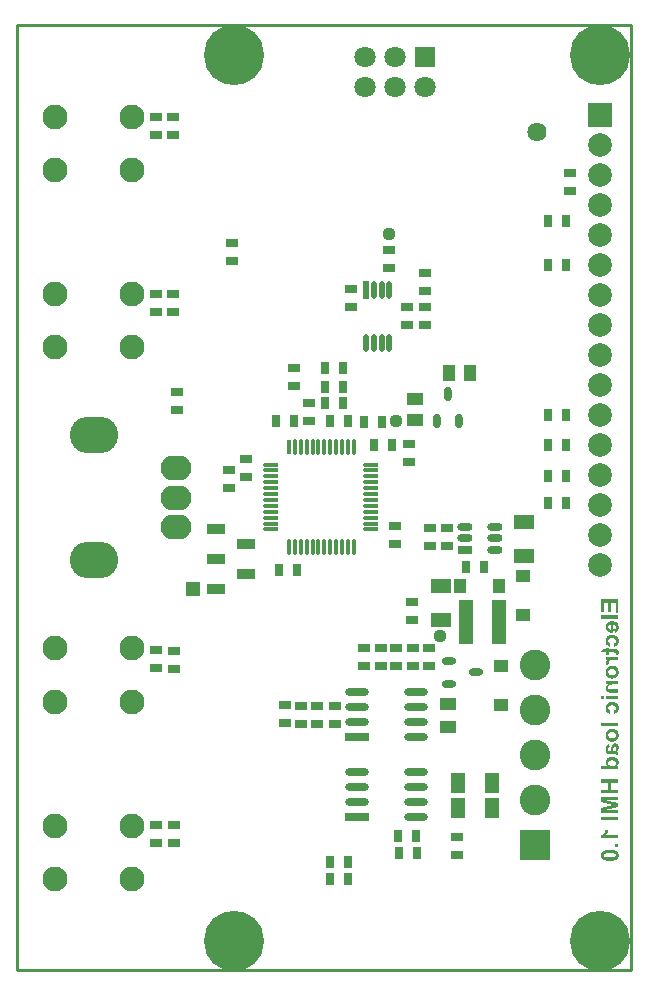
<source format=gbs>
G04*
G04 #@! TF.GenerationSoftware,Altium Limited,Altium Designer,19.0.14 (431)*
G04*
G04 Layer_Color=10517442*
%FSLAX25Y25*%
%MOIN*%
G70*
G01*
G75*
%ADD10C,0.01000*%
%ADD11C,0.00700*%
%ADD17C,0.10243*%
%ADD18R,0.10243X0.10243*%
%ADD19C,0.07093*%
%ADD20R,0.07093X0.07093*%
%ADD21C,0.06400*%
%ADD22O,0.16148X0.12211*%
%ADD23O,0.10243X0.08274*%
%ADD24C,0.08274*%
%ADD25C,0.20085*%
%ADD26C,0.07900*%
%ADD27R,0.08400X0.08400*%
%ADD71R,0.04600X0.04527*%
%ADD73R,0.03943X0.03156*%
%ADD74R,0.03943X0.05124*%
%ADD75R,0.05124X0.03943*%
%ADD76R,0.06400X0.03313*%
%ADD77O,0.01975X0.05912*%
%ADD78R,0.01975X0.05912*%
%ADD79O,0.02762X0.04731*%
%ADD80R,0.05124X0.02762*%
%ADD81O,0.05124X0.02762*%
%ADD82R,0.03156X0.03943*%
%ADD83C,0.04400*%
%ADD84R,0.01581X0.05124*%
%ADD85O,0.01581X0.05124*%
%ADD86O,0.05124X0.01581*%
%ADD87O,0.04731X0.02762*%
%ADD88R,0.07900X0.02800*%
%ADD89O,0.07900X0.02800*%
%ADD90R,0.05518X0.03943*%
%ADD91R,0.05518X0.04337*%
%ADD92R,0.04337X0.05518*%
%ADD93R,0.04731X0.07093*%
%ADD94R,0.05124X0.14967*%
%ADD95R,0.07093X0.04731*%
G36*
X200500Y119091D02*
X199525D01*
Y122309D01*
X197958D01*
Y119421D01*
X196983D01*
Y122309D01*
X195707D01*
Y119204D01*
X194732D01*
Y123471D01*
X200500D01*
Y119091D01*
D02*
G37*
G36*
Y117014D02*
X194732D01*
Y118116D01*
X200500D01*
Y117014D01*
D02*
G37*
G36*
X198602Y116196D02*
X198760Y116189D01*
X198902Y116166D01*
X199038Y116136D01*
X199165Y116106D01*
X199285Y116076D01*
X199390Y116039D01*
X199487Y115994D01*
X199577Y115956D01*
X199660Y115919D01*
X199727Y115889D01*
X199780Y115859D01*
X199825Y115829D01*
X199855Y115806D01*
X199878Y115799D01*
X199885Y115791D01*
X200012Y115686D01*
X200117Y115574D01*
X200215Y115454D01*
X200297Y115319D01*
X200365Y115191D01*
X200425Y115056D01*
X200470Y114921D01*
X200507Y114794D01*
X200537Y114674D01*
X200560Y114554D01*
X200575Y114456D01*
X200583Y114366D01*
X200590Y114291D01*
X200598Y114231D01*
Y114186D01*
X200583Y113939D01*
X200545Y113714D01*
X200500Y113519D01*
X200470Y113436D01*
X200440Y113354D01*
X200410Y113279D01*
X200380Y113219D01*
X200358Y113166D01*
X200335Y113121D01*
X200312Y113084D01*
X200297Y113061D01*
X200283Y113046D01*
Y113039D01*
X200155Y112881D01*
X200005Y112739D01*
X199855Y112626D01*
X199705Y112529D01*
X199570Y112454D01*
X199510Y112431D01*
X199458Y112401D01*
X199420Y112386D01*
X199390Y112371D01*
X199367Y112364D01*
X199360D01*
X199172Y113466D01*
X199285Y113504D01*
X199382Y113549D01*
X199458Y113594D01*
X199525Y113639D01*
X199577Y113684D01*
X199608Y113714D01*
X199630Y113736D01*
X199637Y113744D01*
X199682Y113811D01*
X199713Y113886D01*
X199742Y113954D01*
X199758Y114021D01*
X199765Y114081D01*
X199773Y114126D01*
Y114171D01*
X199758Y114306D01*
X199727Y114434D01*
X199690Y114539D01*
X199637Y114636D01*
X199585Y114711D01*
X199548Y114764D01*
X199518Y114794D01*
X199503Y114809D01*
X199390Y114891D01*
X199262Y114959D01*
X199135Y115004D01*
X199015Y115034D01*
X198902Y115056D01*
X198812Y115064D01*
X198775Y115071D01*
X198752D01*
X198738D01*
X198730D01*
Y112304D01*
X198497D01*
X198287Y112319D01*
X198085Y112341D01*
X197898Y112371D01*
X197732Y112416D01*
X197575Y112454D01*
X197440Y112506D01*
X197312Y112551D01*
X197200Y112604D01*
X197110Y112649D01*
X197028Y112694D01*
X196960Y112739D01*
X196915Y112769D01*
X196878Y112799D01*
X196855Y112814D01*
X196847Y112821D01*
X196735Y112926D01*
X196645Y113039D01*
X196555Y113159D01*
X196487Y113279D01*
X196428Y113399D01*
X196375Y113526D01*
X196337Y113646D01*
X196300Y113759D01*
X196277Y113871D01*
X196255Y113969D01*
X196247Y114059D01*
X196232Y114134D01*
Y114201D01*
X196225Y114246D01*
Y114291D01*
X196232Y114441D01*
X196247Y114591D01*
X196277Y114726D01*
X196315Y114854D01*
X196360Y114981D01*
X196413Y115094D01*
X196465Y115191D01*
X196518Y115289D01*
X196578Y115371D01*
X196630Y115446D01*
X196683Y115514D01*
X196728Y115566D01*
X196765Y115611D01*
X196795Y115641D01*
X196810Y115656D01*
X196818Y115664D01*
X196930Y115761D01*
X197057Y115844D01*
X197185Y115911D01*
X197320Y115979D01*
X197455Y116031D01*
X197590Y116069D01*
X197725Y116106D01*
X197853Y116136D01*
X197973Y116159D01*
X198085Y116174D01*
X198190Y116189D01*
X198273Y116196D01*
X198347D01*
X198400Y116204D01*
X198430D01*
X198445D01*
X198602Y116196D01*
D02*
G37*
G36*
X198610Y111636D02*
X198783Y111621D01*
X198948Y111591D01*
X199105Y111561D01*
X199248Y111516D01*
X199375Y111471D01*
X199495Y111426D01*
X199600Y111374D01*
X199697Y111321D01*
X199780Y111276D01*
X199855Y111231D01*
X199915Y111186D01*
X199960Y111156D01*
X199990Y111126D01*
X200012Y111111D01*
X200020Y111104D01*
X200125Y110999D01*
X200207Y110886D01*
X200290Y110766D01*
X200350Y110646D01*
X200410Y110519D01*
X200455Y110399D01*
X200493Y110279D01*
X200522Y110166D01*
X200553Y110061D01*
X200568Y109956D01*
X200583Y109866D01*
X200590Y109791D01*
Y109731D01*
X200598Y109679D01*
Y109641D01*
X200590Y109491D01*
X200583Y109356D01*
X200560Y109221D01*
X200537Y109101D01*
X200507Y108989D01*
X200478Y108884D01*
X200448Y108786D01*
X200410Y108696D01*
X200373Y108621D01*
X200342Y108554D01*
X200312Y108494D01*
X200283Y108449D01*
X200260Y108411D01*
X200237Y108381D01*
X200230Y108366D01*
X200222Y108359D01*
X200148Y108269D01*
X200065Y108194D01*
X199885Y108051D01*
X199697Y107939D01*
X199510Y107849D01*
X199427Y107819D01*
X199345Y107789D01*
X199277Y107759D01*
X199210Y107744D01*
X199165Y107729D01*
X199120Y107714D01*
X199098Y107706D01*
X199090D01*
X198902Y108794D01*
X199053Y108831D01*
X199188Y108876D01*
X199293Y108921D01*
X199382Y108966D01*
X199443Y109011D01*
X199487Y109049D01*
X199518Y109071D01*
X199525Y109079D01*
X199585Y109161D01*
X199622Y109244D01*
X199653Y109334D01*
X199675Y109416D01*
X199690Y109484D01*
X199697Y109544D01*
Y109596D01*
X199682Y109746D01*
X199653Y109874D01*
X199600Y109994D01*
X199540Y110084D01*
X199487Y110166D01*
X199435Y110219D01*
X199405Y110249D01*
X199390Y110264D01*
X199330Y110309D01*
X199255Y110346D01*
X199098Y110406D01*
X198925Y110451D01*
X198752Y110481D01*
X198588Y110496D01*
X198520Y110504D01*
X198460D01*
X198407Y110511D01*
X198370D01*
X198347D01*
X198340D01*
X198220D01*
X198108Y110504D01*
X198003Y110489D01*
X197913Y110474D01*
X197822Y110459D01*
X197748Y110436D01*
X197672Y110414D01*
X197613Y110391D01*
X197560Y110369D01*
X197515Y110346D01*
X197470Y110324D01*
X197440Y110309D01*
X197403Y110279D01*
X197388Y110271D01*
X197290Y110174D01*
X197215Y110061D01*
X197162Y109949D01*
X197133Y109844D01*
X197110Y109746D01*
X197102Y109671D01*
X197095Y109641D01*
Y109604D01*
X197102Y109491D01*
X197117Y109394D01*
X197148Y109311D01*
X197178Y109236D01*
X197207Y109176D01*
X197238Y109139D01*
X197253Y109109D01*
X197260Y109101D01*
X197327Y109034D01*
X197403Y108981D01*
X197485Y108936D01*
X197567Y108899D01*
X197635Y108876D01*
X197695Y108861D01*
X197732Y108846D01*
X197740D01*
X197748D01*
X197553Y107759D01*
X197432Y107796D01*
X197320Y107841D01*
X197215Y107894D01*
X197117Y107946D01*
X197028Y107999D01*
X196945Y108051D01*
X196870Y108111D01*
X196802Y108164D01*
X196742Y108209D01*
X196697Y108261D01*
X196652Y108299D01*
X196615Y108336D01*
X196592Y108366D01*
X196570Y108389D01*
X196555Y108404D01*
Y108411D01*
X196495Y108501D01*
X196442Y108591D01*
X196368Y108786D01*
X196308Y108989D01*
X196263Y109184D01*
X196255Y109274D01*
X196240Y109356D01*
X196232Y109431D01*
Y109491D01*
X196225Y109544D01*
Y109619D01*
X196232Y109791D01*
X196247Y109949D01*
X196277Y110106D01*
X196315Y110249D01*
X196360Y110376D01*
X196405Y110504D01*
X196458Y110609D01*
X196510Y110714D01*
X196570Y110804D01*
X196623Y110879D01*
X196668Y110946D01*
X196713Y111006D01*
X196750Y111044D01*
X196780Y111081D01*
X196795Y111096D01*
X196802Y111104D01*
X196915Y111201D01*
X197035Y111284D01*
X197162Y111351D01*
X197298Y111419D01*
X197432Y111471D01*
X197567Y111509D01*
X197703Y111546D01*
X197830Y111576D01*
X197950Y111599D01*
X198063Y111614D01*
X198160Y111629D01*
X198250Y111636D01*
X198325D01*
X198378Y111644D01*
X198407D01*
X198423D01*
X198610Y111636D01*
D02*
G37*
G36*
X197200Y106874D02*
X199030D01*
X199135D01*
X199232D01*
X199322D01*
X199398Y106866D01*
X199472D01*
X199532D01*
X199637Y106859D01*
X199720Y106851D01*
X199773D01*
X199802Y106844D01*
X199810D01*
X199908Y106821D01*
X199990Y106799D01*
X200065Y106776D01*
X200125Y106746D01*
X200178Y106724D01*
X200215Y106701D01*
X200237Y106694D01*
X200245Y106686D01*
X200297Y106641D01*
X200350Y106581D01*
X200432Y106469D01*
X200463Y106416D01*
X200485Y106371D01*
X200493Y106341D01*
X200500Y106334D01*
X200530Y106244D01*
X200553Y106146D01*
X200575Y106056D01*
X200583Y105974D01*
X200590Y105906D01*
X200598Y105854D01*
Y105801D01*
X200590Y105621D01*
X200575Y105456D01*
X200545Y105306D01*
X200515Y105179D01*
X200493Y105074D01*
X200463Y104991D01*
X200455Y104961D01*
X200448Y104939D01*
X200440Y104931D01*
Y104924D01*
X199577Y105021D01*
X199615Y105126D01*
X199637Y105216D01*
X199660Y105291D01*
X199668Y105351D01*
X199675Y105404D01*
X199682Y105434D01*
Y105464D01*
X199675Y105539D01*
X199653Y105606D01*
X199637Y105644D01*
X199630Y105651D01*
Y105659D01*
X199585Y105704D01*
X199540Y105734D01*
X199510Y105749D01*
X199495Y105756D01*
X199472D01*
X199443Y105764D01*
X199360D01*
X199262D01*
X199158Y105771D01*
X199060D01*
X198977D01*
X198940D01*
X198917D01*
X198902D01*
X198895D01*
X197200D01*
Y105014D01*
X196323D01*
Y105771D01*
X194837D01*
X195490Y106874D01*
X196323D01*
Y107384D01*
X197200D01*
Y106874D01*
D02*
G37*
G36*
X200500Y103184D02*
X199210D01*
X199015D01*
X198843Y103176D01*
X198685D01*
X198542Y103169D01*
X198415Y103161D01*
X198302Y103154D01*
X198197Y103146D01*
X198115Y103139D01*
X198040Y103131D01*
X197973Y103124D01*
X197927Y103116D01*
X197882Y103109D01*
X197853Y103101D01*
X197830Y103094D01*
X197815D01*
X197695Y103056D01*
X197598Y103019D01*
X197522Y102974D01*
X197455Y102936D01*
X197410Y102899D01*
X197372Y102869D01*
X197357Y102854D01*
X197350Y102846D01*
X197305Y102779D01*
X197275Y102711D01*
X197245Y102644D01*
X197230Y102584D01*
X197222Y102524D01*
X197215Y102479D01*
Y102441D01*
X197222Y102351D01*
X197245Y102261D01*
X197275Y102171D01*
X197305Y102089D01*
X197343Y102021D01*
X197372Y101969D01*
X197395Y101939D01*
X197403Y101924D01*
X196435Y101579D01*
X196368Y101714D01*
X196315Y101841D01*
X196277Y101969D01*
X196247Y102081D01*
X196232Y102171D01*
X196225Y102246D01*
Y102314D01*
X196232Y102411D01*
X196247Y102501D01*
X196270Y102576D01*
X196292Y102651D01*
X196323Y102704D01*
X196345Y102749D01*
X196360Y102779D01*
X196368Y102786D01*
X196428Y102869D01*
X196510Y102951D01*
X196600Y103026D01*
X196697Y103101D01*
X196780Y103161D01*
X196855Y103214D01*
X196885Y103236D01*
X196907Y103244D01*
X196915Y103259D01*
X196323D01*
Y104286D01*
X200500D01*
Y103184D01*
D02*
G37*
G36*
X198617Y101346D02*
X198850Y101316D01*
X198955Y101301D01*
X199060Y101279D01*
X199150Y101249D01*
X199232Y101226D01*
X199315Y101204D01*
X199382Y101174D01*
X199435Y101151D01*
X199487Y101136D01*
X199525Y101114D01*
X199555Y101106D01*
X199570Y101091D01*
X199577D01*
X199758Y100979D01*
X199908Y100851D01*
X200043Y100724D01*
X200148Y100596D01*
X200230Y100484D01*
X200268Y100431D01*
X200290Y100386D01*
X200312Y100356D01*
X200327Y100326D01*
X200342Y100311D01*
Y100304D01*
X200425Y100109D01*
X200493Y99906D01*
X200537Y99726D01*
X200568Y99554D01*
X200575Y99479D01*
X200583Y99411D01*
X200590Y99351D01*
Y99299D01*
X200598Y99261D01*
Y99201D01*
X200590Y99029D01*
X200568Y98871D01*
X200537Y98714D01*
X200500Y98571D01*
X200455Y98436D01*
X200402Y98309D01*
X200342Y98196D01*
X200283Y98084D01*
X200230Y97994D01*
X200170Y97904D01*
X200117Y97836D01*
X200073Y97776D01*
X200035Y97724D01*
X200005Y97694D01*
X199983Y97671D01*
X199975Y97664D01*
X199855Y97559D01*
X199727Y97461D01*
X199600Y97379D01*
X199465Y97311D01*
X199330Y97251D01*
X199203Y97199D01*
X199075Y97161D01*
X198955Y97124D01*
X198843Y97101D01*
X198738Y97079D01*
X198640Y97064D01*
X198557Y97056D01*
X198490D01*
X198445Y97049D01*
X198407D01*
X198400D01*
X198228Y97056D01*
X198063Y97071D01*
X197905Y97101D01*
X197763Y97146D01*
X197627Y97191D01*
X197500Y97244D01*
X197380Y97296D01*
X197275Y97349D01*
X197178Y97409D01*
X197095Y97461D01*
X197020Y97514D01*
X196960Y97559D01*
X196907Y97596D01*
X196878Y97626D01*
X196855Y97649D01*
X196847Y97656D01*
X196735Y97776D01*
X196645Y97896D01*
X196555Y98024D01*
X196487Y98159D01*
X196428Y98286D01*
X196375Y98414D01*
X196337Y98541D01*
X196300Y98661D01*
X196277Y98781D01*
X196255Y98886D01*
X196247Y98976D01*
X196232Y99059D01*
Y99126D01*
X196225Y99171D01*
Y99216D01*
X196240Y99441D01*
X196270Y99644D01*
X196315Y99831D01*
X196360Y99996D01*
X196390Y100071D01*
X196413Y100131D01*
X196435Y100191D01*
X196458Y100236D01*
X196480Y100274D01*
X196487Y100304D01*
X196502Y100319D01*
Y100326D01*
X196615Y100499D01*
X196742Y100656D01*
X196870Y100784D01*
X196997Y100896D01*
X197110Y100979D01*
X197162Y101016D01*
X197207Y101039D01*
X197238Y101061D01*
X197267Y101076D01*
X197283Y101091D01*
X197290D01*
X197485Y101181D01*
X197672Y101249D01*
X197853Y101294D01*
X198018Y101324D01*
X198085Y101339D01*
X198152Y101346D01*
X198213Y101354D01*
X198258D01*
X198302Y101361D01*
X198333D01*
X198347D01*
X198355D01*
X198617Y101346D01*
D02*
G37*
G36*
X200500Y95099D02*
X198610D01*
X198483D01*
X198370Y95091D01*
X198265D01*
X198168Y95084D01*
X198077Y95076D01*
X198003Y95069D01*
X197927Y95061D01*
X197868Y95054D01*
X197815Y95046D01*
X197770Y95039D01*
X197732D01*
X197703Y95031D01*
X197665Y95016D01*
X197650D01*
X197560Y94979D01*
X197470Y94934D01*
X197403Y94881D01*
X197343Y94829D01*
X197290Y94776D01*
X197260Y94739D01*
X197238Y94709D01*
X197230Y94701D01*
X197178Y94611D01*
X197140Y94521D01*
X197110Y94439D01*
X197095Y94356D01*
X197080Y94289D01*
X197073Y94229D01*
Y94184D01*
X197080Y94101D01*
X197088Y94026D01*
X197110Y93959D01*
X197125Y93899D01*
X197148Y93854D01*
X197170Y93824D01*
X197178Y93801D01*
X197185Y93794D01*
X197230Y93741D01*
X197283Y93689D01*
X197335Y93651D01*
X197388Y93621D01*
X197432Y93591D01*
X197470Y93576D01*
X197493Y93561D01*
X197500D01*
X197545Y93546D01*
X197590Y93539D01*
X197650Y93524D01*
X197717Y93516D01*
X197860Y93501D01*
X198010Y93494D01*
X198145Y93486D01*
X198205D01*
X198258D01*
X198302D01*
X198340D01*
X198363D01*
X198370D01*
X200500D01*
Y92384D01*
X197905D01*
X197732D01*
X197582Y92391D01*
X197462Y92406D01*
X197350Y92414D01*
X197267Y92429D01*
X197207Y92444D01*
X197178Y92451D01*
X197162D01*
X197065Y92481D01*
X196983Y92511D01*
X196900Y92549D01*
X196833Y92579D01*
X196773Y92616D01*
X196735Y92646D01*
X196705Y92661D01*
X196697Y92669D01*
X196623Y92729D01*
X196563Y92804D01*
X196502Y92879D01*
X196450Y92954D01*
X196413Y93021D01*
X196382Y93074D01*
X196368Y93111D01*
X196360Y93126D01*
X196315Y93239D01*
X196285Y93359D01*
X196255Y93471D01*
X196240Y93569D01*
X196232Y93659D01*
X196225Y93734D01*
Y93794D01*
X196232Y93944D01*
X196255Y94094D01*
X196292Y94229D01*
X196337Y94364D01*
X196390Y94484D01*
X196450Y94596D01*
X196518Y94701D01*
X196578Y94799D01*
X196645Y94881D01*
X196713Y94956D01*
X196773Y95024D01*
X196825Y95076D01*
X196870Y95121D01*
X196907Y95151D01*
X196930Y95166D01*
X196938Y95174D01*
X196323D01*
Y96201D01*
X200500D01*
Y95099D01*
D02*
G37*
G36*
Y90164D02*
X196323D01*
Y91266D01*
X200500D01*
Y90164D01*
D02*
G37*
G36*
X195753D02*
X194732D01*
Y91266D01*
X195753D01*
Y90164D01*
D02*
G37*
G36*
X198610Y89264D02*
X198783Y89249D01*
X198948Y89219D01*
X199105Y89189D01*
X199248Y89144D01*
X199375Y89099D01*
X199495Y89054D01*
X199600Y89001D01*
X199697Y88949D01*
X199780Y88904D01*
X199855Y88859D01*
X199915Y88814D01*
X199960Y88784D01*
X199990Y88754D01*
X200012Y88739D01*
X200020Y88731D01*
X200125Y88626D01*
X200207Y88514D01*
X200290Y88394D01*
X200350Y88274D01*
X200410Y88146D01*
X200455Y88026D01*
X200493Y87906D01*
X200522Y87794D01*
X200553Y87689D01*
X200568Y87584D01*
X200583Y87494D01*
X200590Y87419D01*
Y87359D01*
X200598Y87306D01*
Y87269D01*
X200590Y87119D01*
X200583Y86984D01*
X200560Y86849D01*
X200537Y86729D01*
X200507Y86616D01*
X200478Y86511D01*
X200448Y86414D01*
X200410Y86324D01*
X200373Y86249D01*
X200342Y86181D01*
X200312Y86121D01*
X200283Y86076D01*
X200260Y86039D01*
X200237Y86009D01*
X200230Y85994D01*
X200222Y85986D01*
X200148Y85896D01*
X200065Y85821D01*
X199885Y85679D01*
X199697Y85566D01*
X199510Y85476D01*
X199427Y85446D01*
X199345Y85416D01*
X199277Y85386D01*
X199210Y85371D01*
X199165Y85356D01*
X199120Y85341D01*
X199098Y85334D01*
X199090D01*
X198902Y86421D01*
X199053Y86459D01*
X199188Y86504D01*
X199293Y86549D01*
X199382Y86594D01*
X199443Y86639D01*
X199487Y86676D01*
X199518Y86699D01*
X199525Y86706D01*
X199585Y86789D01*
X199622Y86871D01*
X199653Y86961D01*
X199675Y87044D01*
X199690Y87111D01*
X199697Y87171D01*
Y87224D01*
X199682Y87374D01*
X199653Y87501D01*
X199600Y87621D01*
X199540Y87711D01*
X199487Y87794D01*
X199435Y87846D01*
X199405Y87876D01*
X199390Y87891D01*
X199330Y87936D01*
X199255Y87974D01*
X199098Y88034D01*
X198925Y88079D01*
X198752Y88109D01*
X198588Y88124D01*
X198520Y88131D01*
X198460D01*
X198407Y88139D01*
X198370D01*
X198347D01*
X198340D01*
X198220D01*
X198108Y88131D01*
X198003Y88116D01*
X197913Y88101D01*
X197822Y88086D01*
X197748Y88064D01*
X197672Y88041D01*
X197613Y88019D01*
X197560Y87996D01*
X197515Y87974D01*
X197470Y87951D01*
X197440Y87936D01*
X197403Y87906D01*
X197388Y87899D01*
X197290Y87801D01*
X197215Y87689D01*
X197162Y87576D01*
X197133Y87471D01*
X197110Y87374D01*
X197102Y87299D01*
X197095Y87269D01*
Y87231D01*
X197102Y87119D01*
X197117Y87021D01*
X197148Y86939D01*
X197178Y86864D01*
X197207Y86804D01*
X197238Y86766D01*
X197253Y86736D01*
X197260Y86729D01*
X197327Y86661D01*
X197403Y86609D01*
X197485Y86564D01*
X197567Y86526D01*
X197635Y86504D01*
X197695Y86489D01*
X197732Y86474D01*
X197740D01*
X197748D01*
X197553Y85386D01*
X197432Y85424D01*
X197320Y85469D01*
X197215Y85521D01*
X197117Y85574D01*
X197028Y85626D01*
X196945Y85679D01*
X196870Y85739D01*
X196802Y85791D01*
X196742Y85836D01*
X196697Y85889D01*
X196652Y85926D01*
X196615Y85964D01*
X196592Y85994D01*
X196570Y86016D01*
X196555Y86031D01*
Y86039D01*
X196495Y86129D01*
X196442Y86219D01*
X196368Y86414D01*
X196308Y86616D01*
X196263Y86811D01*
X196255Y86901D01*
X196240Y86984D01*
X196232Y87059D01*
Y87119D01*
X196225Y87171D01*
Y87246D01*
X196232Y87419D01*
X196247Y87576D01*
X196277Y87734D01*
X196315Y87876D01*
X196360Y88004D01*
X196405Y88131D01*
X196458Y88236D01*
X196510Y88341D01*
X196570Y88431D01*
X196623Y88506D01*
X196668Y88574D01*
X196713Y88634D01*
X196750Y88671D01*
X196780Y88709D01*
X196795Y88724D01*
X196802Y88731D01*
X196915Y88829D01*
X197035Y88911D01*
X197162Y88979D01*
X197298Y89046D01*
X197432Y89099D01*
X197567Y89136D01*
X197703Y89174D01*
X197830Y89204D01*
X197950Y89226D01*
X198063Y89241D01*
X198160Y89256D01*
X198250Y89264D01*
X198325D01*
X198378Y89271D01*
X198407D01*
X198423D01*
X198610Y89264D01*
D02*
G37*
G36*
X200500Y81216D02*
X194732D01*
Y82319D01*
X200500D01*
Y81216D01*
D02*
G37*
G36*
X198617Y80324D02*
X198850Y80294D01*
X198955Y80279D01*
X199060Y80256D01*
X199150Y80226D01*
X199232Y80204D01*
X199315Y80181D01*
X199382Y80151D01*
X199435Y80129D01*
X199487Y80114D01*
X199525Y80091D01*
X199555Y80084D01*
X199570Y80069D01*
X199577D01*
X199758Y79956D01*
X199908Y79829D01*
X200043Y79701D01*
X200148Y79574D01*
X200230Y79461D01*
X200268Y79409D01*
X200290Y79364D01*
X200312Y79334D01*
X200327Y79304D01*
X200342Y79289D01*
Y79281D01*
X200425Y79086D01*
X200493Y78884D01*
X200537Y78704D01*
X200568Y78531D01*
X200575Y78456D01*
X200583Y78389D01*
X200590Y78329D01*
Y78276D01*
X200598Y78239D01*
Y78179D01*
X200590Y78006D01*
X200568Y77849D01*
X200537Y77691D01*
X200500Y77549D01*
X200455Y77414D01*
X200402Y77286D01*
X200342Y77174D01*
X200283Y77061D01*
X200230Y76971D01*
X200170Y76881D01*
X200117Y76814D01*
X200073Y76754D01*
X200035Y76701D01*
X200005Y76671D01*
X199983Y76649D01*
X199975Y76641D01*
X199855Y76536D01*
X199727Y76439D01*
X199600Y76356D01*
X199465Y76289D01*
X199330Y76229D01*
X199203Y76176D01*
X199075Y76139D01*
X198955Y76101D01*
X198843Y76079D01*
X198738Y76056D01*
X198640Y76041D01*
X198557Y76034D01*
X198490D01*
X198445Y76026D01*
X198407D01*
X198400D01*
X198228Y76034D01*
X198063Y76049D01*
X197905Y76079D01*
X197763Y76124D01*
X197627Y76169D01*
X197500Y76221D01*
X197380Y76274D01*
X197275Y76326D01*
X197178Y76386D01*
X197095Y76439D01*
X197020Y76491D01*
X196960Y76536D01*
X196907Y76574D01*
X196878Y76604D01*
X196855Y76626D01*
X196847Y76634D01*
X196735Y76754D01*
X196645Y76874D01*
X196555Y77001D01*
X196487Y77136D01*
X196428Y77264D01*
X196375Y77391D01*
X196337Y77519D01*
X196300Y77639D01*
X196277Y77759D01*
X196255Y77864D01*
X196247Y77954D01*
X196232Y78036D01*
Y78104D01*
X196225Y78149D01*
Y78194D01*
X196240Y78419D01*
X196270Y78621D01*
X196315Y78809D01*
X196360Y78974D01*
X196390Y79049D01*
X196413Y79109D01*
X196435Y79169D01*
X196458Y79214D01*
X196480Y79251D01*
X196487Y79281D01*
X196502Y79296D01*
Y79304D01*
X196615Y79476D01*
X196742Y79634D01*
X196870Y79761D01*
X196997Y79874D01*
X197110Y79956D01*
X197162Y79994D01*
X197207Y80016D01*
X197238Y80039D01*
X197267Y80054D01*
X197283Y80069D01*
X197290D01*
X197485Y80159D01*
X197672Y80226D01*
X197853Y80271D01*
X198018Y80301D01*
X198085Y80316D01*
X198152Y80324D01*
X198213Y80331D01*
X198258D01*
X198302Y80339D01*
X198333D01*
X198347D01*
X198355D01*
X198617Y80324D01*
D02*
G37*
G36*
X199465Y75449D02*
X199555Y75441D01*
X199727Y75396D01*
X199885Y75336D01*
X200012Y75269D01*
X200110Y75201D01*
X200192Y75149D01*
X200215Y75119D01*
X200237Y75104D01*
X200245Y75096D01*
X200253Y75089D01*
X200312Y75014D01*
X200365Y74939D01*
X200455Y74774D01*
X200515Y74601D01*
X200553Y74436D01*
X200583Y74294D01*
X200590Y74226D01*
Y74174D01*
X200598Y74129D01*
Y74069D01*
X200590Y73934D01*
X200575Y73806D01*
X200553Y73694D01*
X200530Y73589D01*
X200507Y73506D01*
X200485Y73439D01*
X200470Y73401D01*
X200463Y73386D01*
X200402Y73266D01*
X200342Y73154D01*
X200275Y73049D01*
X200207Y72959D01*
X200148Y72884D01*
X200095Y72831D01*
X200065Y72794D01*
X200050Y72779D01*
X200080Y72764D01*
X200125Y72756D01*
X200163Y72741D01*
X200170D01*
X200178D01*
X200253Y72719D01*
X200320Y72696D01*
X200373Y72674D01*
X200417Y72659D01*
X200455Y72644D01*
X200478Y72636D01*
X200493Y72629D01*
X200500D01*
Y71534D01*
X200395Y71586D01*
X200290Y71631D01*
X200192Y71661D01*
X200110Y71691D01*
X200043Y71714D01*
X199990Y71729D01*
X199960Y71736D01*
X199945D01*
X199832Y71751D01*
X199705Y71766D01*
X199570Y71774D01*
X199435Y71781D01*
X199315Y71789D01*
X199262D01*
X199217D01*
X199180D01*
X199150D01*
X199135D01*
X199127D01*
X197837Y71774D01*
X197710D01*
X197590Y71781D01*
X197477Y71789D01*
X197380Y71796D01*
X197290Y71811D01*
X197207Y71819D01*
X197133Y71834D01*
X197073Y71849D01*
X197020Y71864D01*
X196967Y71879D01*
X196930Y71886D01*
X196900Y71901D01*
X196862Y71916D01*
X196847Y71924D01*
X196750Y71991D01*
X196668Y72066D01*
X196585Y72149D01*
X196525Y72231D01*
X196473Y72314D01*
X196435Y72374D01*
X196413Y72419D01*
X196405Y72426D01*
Y72434D01*
X196375Y72509D01*
X196345Y72584D01*
X196300Y72756D01*
X196270Y72944D01*
X196247Y73116D01*
X196240Y73206D01*
X196232Y73281D01*
Y73356D01*
X196225Y73416D01*
Y73686D01*
X196240Y73821D01*
X196255Y73956D01*
X196270Y74076D01*
X196292Y74181D01*
X196323Y74286D01*
X196345Y74376D01*
X196375Y74459D01*
X196405Y74526D01*
X196428Y74594D01*
X196458Y74646D01*
X196480Y74691D01*
X196495Y74721D01*
X196510Y74744D01*
X196525Y74759D01*
Y74766D01*
X196645Y74909D01*
X196788Y75029D01*
X196938Y75134D01*
X197088Y75209D01*
X197215Y75269D01*
X197275Y75291D01*
X197327Y75314D01*
X197365Y75329D01*
X197395Y75336D01*
X197417Y75344D01*
X197425D01*
X197605Y74346D01*
X197500Y74309D01*
X197417Y74264D01*
X197343Y74219D01*
X197290Y74181D01*
X197245Y74144D01*
X197215Y74114D01*
X197200Y74091D01*
X197193Y74084D01*
X197155Y74016D01*
X197125Y73941D01*
X197102Y73866D01*
X197088Y73791D01*
X197080Y73724D01*
X197073Y73671D01*
Y73619D01*
X197080Y73469D01*
X197095Y73341D01*
X197117Y73236D01*
X197140Y73161D01*
X197170Y73101D01*
X197193Y73056D01*
X197207Y73034D01*
X197215Y73026D01*
X197275Y72974D01*
X197343Y72929D01*
X197417Y72899D01*
X197500Y72884D01*
X197567Y72869D01*
X197627Y72861D01*
X197665D01*
X197672D01*
X197680D01*
X197785D01*
X197808Y72921D01*
X197830Y72996D01*
X197860Y73071D01*
X197882Y73154D01*
X197927Y73334D01*
X197973Y73514D01*
X198010Y73679D01*
X198025Y73754D01*
X198040Y73814D01*
X198047Y73866D01*
X198055Y73904D01*
X198063Y73934D01*
Y73941D01*
X198100Y74144D01*
X198145Y74316D01*
X198190Y74466D01*
X198228Y74594D01*
X198265Y74691D01*
X198295Y74759D01*
X198310Y74804D01*
X198318Y74819D01*
X198378Y74924D01*
X198445Y75021D01*
X198512Y75096D01*
X198580Y75164D01*
X198640Y75224D01*
X198693Y75261D01*
X198723Y75284D01*
X198738Y75291D01*
X198843Y75344D01*
X198955Y75389D01*
X199060Y75419D01*
X199158Y75434D01*
X199240Y75449D01*
X199308Y75456D01*
X199353D01*
X199360D01*
X199367D01*
X199465Y75449D01*
D02*
G37*
G36*
X198588Y70926D02*
X198767Y70911D01*
X198940Y70889D01*
X199090Y70851D01*
X199240Y70814D01*
X199367Y70769D01*
X199495Y70724D01*
X199600Y70679D01*
X199697Y70634D01*
X199780Y70581D01*
X199855Y70544D01*
X199915Y70506D01*
X199960Y70469D01*
X199990Y70446D01*
X200012Y70431D01*
X200020Y70424D01*
X200125Y70326D01*
X200207Y70221D01*
X200290Y70124D01*
X200350Y70019D01*
X200410Y69914D01*
X200455Y69809D01*
X200493Y69711D01*
X200522Y69614D01*
X200553Y69531D01*
X200568Y69449D01*
X200583Y69374D01*
X200590Y69314D01*
Y69261D01*
X200598Y69224D01*
Y69194D01*
X200590Y69059D01*
X200568Y68931D01*
X200545Y68811D01*
X200507Y68706D01*
X200478Y68616D01*
X200455Y68549D01*
X200432Y68504D01*
X200425Y68489D01*
X200350Y68361D01*
X200268Y68249D01*
X200178Y68144D01*
X200087Y68054D01*
X200012Y67979D01*
X199952Y67926D01*
X199908Y67896D01*
X199900Y67881D01*
X200500D01*
Y66854D01*
X194732D01*
Y67956D01*
X196810D01*
X196705Y68054D01*
X196615Y68159D01*
X196540Y68264D01*
X196473Y68361D01*
X196413Y68466D01*
X196368Y68571D01*
X196330Y68669D01*
X196300Y68759D01*
X196277Y68841D01*
X196255Y68924D01*
X196240Y68991D01*
X196232Y69051D01*
X196225Y69104D01*
Y69171D01*
X196232Y69314D01*
X196247Y69449D01*
X196277Y69569D01*
X196315Y69689D01*
X196353Y69801D01*
X196397Y69906D01*
X196450Y70004D01*
X196502Y70094D01*
X196555Y70169D01*
X196607Y70236D01*
X196652Y70296D01*
X196690Y70349D01*
X196728Y70386D01*
X196757Y70416D01*
X196773Y70431D01*
X196780Y70439D01*
X196892Y70529D01*
X197005Y70604D01*
X197133Y70671D01*
X197267Y70724D01*
X197403Y70776D01*
X197538Y70814D01*
X197800Y70874D01*
X197920Y70889D01*
X198032Y70904D01*
X198137Y70919D01*
X198228Y70926D01*
X198295Y70934D01*
X198355D01*
X198385D01*
X198400D01*
X198588Y70926D01*
D02*
G37*
G36*
X200500Y62354D02*
X197980D01*
Y60066D01*
X200500D01*
Y58904D01*
X194732D01*
Y60066D01*
X197005D01*
Y62354D01*
X194732D01*
Y63516D01*
X200500D01*
Y62354D01*
D02*
G37*
G36*
Y56639D02*
X195963D01*
X200500Y55506D01*
Y54381D01*
X195963Y53241D01*
X200500Y53234D01*
Y52154D01*
X194732D01*
Y53901D01*
X198670Y54936D01*
X194732Y55979D01*
Y57719D01*
X200500D01*
Y56639D01*
D02*
G37*
G36*
Y49866D02*
X194732D01*
Y51029D01*
X200500D01*
Y49866D01*
D02*
G37*
G36*
X197057Y46176D02*
X196923Y45899D01*
X196855Y45779D01*
X196788Y45659D01*
X196720Y45546D01*
X196652Y45449D01*
X196585Y45359D01*
X196532Y45276D01*
X196473Y45209D01*
X196428Y45149D01*
X196390Y45104D01*
X196360Y45074D01*
X196345Y45051D01*
X196337Y45044D01*
X200500D01*
Y43941D01*
X194702D01*
Y44841D01*
X194800Y44879D01*
X194897Y44924D01*
X195070Y45029D01*
X195228Y45141D01*
X195370Y45261D01*
X195475Y45366D01*
X195528Y45411D01*
X195565Y45456D01*
X195595Y45494D01*
X195617Y45516D01*
X195625Y45531D01*
X195633Y45539D01*
X195767Y45726D01*
X195880Y45899D01*
X195977Y46056D01*
X196045Y46191D01*
X196098Y46304D01*
X196120Y46356D01*
X196135Y46394D01*
X196150Y46424D01*
X196158Y46446D01*
X196165Y46461D01*
Y46469D01*
X197170D01*
X197057Y46176D01*
D02*
G37*
G36*
X200500Y40949D02*
X199398D01*
Y42051D01*
X200500D01*
Y40949D01*
D02*
G37*
G36*
X197950Y40049D02*
X198228Y40034D01*
X198483Y40011D01*
X198715Y39974D01*
X198925Y39936D01*
X199112Y39891D01*
X199277Y39846D01*
X199427Y39801D01*
X199555Y39756D01*
X199668Y39704D01*
X199758Y39666D01*
X199832Y39629D01*
X199892Y39591D01*
X199930Y39569D01*
X199952Y39554D01*
X199960Y39546D01*
X200073Y39449D01*
X200170Y39336D01*
X200260Y39231D01*
X200335Y39119D01*
X200395Y38999D01*
X200448Y38886D01*
X200493Y38781D01*
X200522Y38676D01*
X200553Y38571D01*
X200568Y38481D01*
X200583Y38399D01*
X200598Y38331D01*
Y38271D01*
X200605Y38226D01*
Y38189D01*
X200598Y38039D01*
X200583Y37889D01*
X200553Y37754D01*
X200515Y37634D01*
X200470Y37514D01*
X200417Y37409D01*
X200365Y37311D01*
X200312Y37221D01*
X200260Y37146D01*
X200207Y37071D01*
X200155Y37019D01*
X200110Y36966D01*
X200073Y36929D01*
X200043Y36906D01*
X200027Y36891D01*
X200020Y36884D01*
X199878Y36786D01*
X199713Y36696D01*
X199532Y36621D01*
X199345Y36554D01*
X199150Y36501D01*
X198955Y36456D01*
X198760Y36411D01*
X198565Y36381D01*
X198385Y36359D01*
X198213Y36344D01*
X198063Y36329D01*
X197927Y36321D01*
X197815Y36314D01*
X197770D01*
X197732D01*
X197695D01*
X197672D01*
X197665D01*
X197658D01*
X197357Y36321D01*
X197088Y36336D01*
X196833Y36366D01*
X196600Y36404D01*
X196382Y36441D01*
X196187Y36494D01*
X196015Y36539D01*
X195865Y36591D01*
X195730Y36644D01*
X195617Y36696D01*
X195520Y36749D01*
X195438Y36786D01*
X195378Y36824D01*
X195333Y36854D01*
X195310Y36869D01*
X195302Y36876D01*
X195197Y36966D01*
X195107Y37071D01*
X195025Y37176D01*
X194957Y37281D01*
X194897Y37386D01*
X194845Y37499D01*
X194808Y37604D01*
X194778Y37709D01*
X194755Y37806D01*
X194732Y37896D01*
X194718Y37979D01*
X194710Y38046D01*
X194702Y38106D01*
Y38189D01*
X194710Y38339D01*
X194725Y38489D01*
X194755Y38624D01*
X194792Y38744D01*
X194837Y38864D01*
X194890Y38969D01*
X194942Y39066D01*
X194995Y39156D01*
X195055Y39231D01*
X195107Y39299D01*
X195160Y39359D01*
X195205Y39411D01*
X195243Y39449D01*
X195273Y39471D01*
X195288Y39486D01*
X195295Y39494D01*
X195438Y39591D01*
X195603Y39681D01*
X195782Y39756D01*
X195970Y39816D01*
X196158Y39876D01*
X196360Y39921D01*
X196555Y39959D01*
X196742Y39989D01*
X196923Y40011D01*
X197095Y40026D01*
X197245Y40041D01*
X197380Y40049D01*
X197493D01*
X197538Y40056D01*
X197575D01*
X197613D01*
X197627D01*
X197643D01*
X197650D01*
X197950Y40049D01*
D02*
G37*
%LPC*%
G36*
X198055Y115056D02*
X197898Y115049D01*
X197755Y115019D01*
X197635Y114981D01*
X197530Y114936D01*
X197448Y114899D01*
X197388Y114861D01*
X197357Y114831D01*
X197343Y114824D01*
X197253Y114726D01*
X197185Y114629D01*
X197140Y114531D01*
X197102Y114434D01*
X197088Y114351D01*
X197080Y114284D01*
X197073Y114239D01*
Y114224D01*
X197080Y114104D01*
X197110Y113991D01*
X197155Y113894D01*
X197200Y113811D01*
X197245Y113744D01*
X197290Y113699D01*
X197320Y113661D01*
X197327Y113654D01*
X197432Y113571D01*
X197545Y113511D01*
X197665Y113466D01*
X197785Y113436D01*
X197890Y113414D01*
X197973Y113406D01*
X198010Y113399D01*
X198032D01*
X198047D01*
X198055D01*
Y115056D01*
D02*
G37*
G36*
X198475Y100229D02*
X198445D01*
X198423D01*
X198415D01*
X198197Y100214D01*
X198003Y100184D01*
X197837Y100139D01*
X197703Y100079D01*
X197598Y100026D01*
X197560Y100004D01*
X197522Y99981D01*
X197500Y99966D01*
X197477Y99951D01*
X197462Y99936D01*
X197403Y99876D01*
X197350Y99824D01*
X197267Y99696D01*
X197207Y99576D01*
X197170Y99464D01*
X197140Y99359D01*
X197133Y99284D01*
X197125Y99254D01*
Y99126D01*
X197140Y99051D01*
X197178Y98916D01*
X197230Y98796D01*
X197290Y98691D01*
X197357Y98601D01*
X197410Y98541D01*
X197448Y98504D01*
X197455Y98489D01*
X197462D01*
X197598Y98391D01*
X197748Y98316D01*
X197905Y98264D01*
X198055Y98226D01*
X198197Y98204D01*
X198258Y98196D01*
X198302D01*
X198347Y98189D01*
X198378D01*
X198400D01*
X198407D01*
X198633Y98204D01*
X198820Y98234D01*
X198985Y98286D01*
X199120Y98339D01*
X199232Y98391D01*
X199270Y98421D01*
X199308Y98444D01*
X199330Y98459D01*
X199353Y98474D01*
X199360Y98489D01*
X199367D01*
X199427Y98541D01*
X199472Y98601D01*
X199555Y98721D01*
X199615Y98841D01*
X199653Y98961D01*
X199682Y99059D01*
X199690Y99134D01*
X199697Y99164D01*
Y99209D01*
X199690Y99291D01*
X199682Y99366D01*
X199645Y99509D01*
X199592Y99629D01*
X199532Y99734D01*
X199472Y99824D01*
X199420Y99884D01*
X199382Y99921D01*
X199367Y99936D01*
X199232Y100034D01*
X199083Y100109D01*
X198917Y100154D01*
X198767Y100191D01*
X198633Y100214D01*
X198573Y100221D01*
X198520D01*
X198475Y100229D01*
D02*
G37*
G36*
Y79206D02*
X198445D01*
X198423D01*
X198415D01*
X198197Y79191D01*
X198003Y79161D01*
X197837Y79116D01*
X197703Y79056D01*
X197598Y79004D01*
X197560Y78981D01*
X197522Y78959D01*
X197500Y78944D01*
X197477Y78929D01*
X197462Y78914D01*
X197403Y78854D01*
X197350Y78801D01*
X197267Y78674D01*
X197207Y78554D01*
X197170Y78441D01*
X197140Y78336D01*
X197133Y78261D01*
X197125Y78231D01*
Y78104D01*
X197140Y78029D01*
X197178Y77894D01*
X197230Y77774D01*
X197290Y77669D01*
X197357Y77579D01*
X197410Y77519D01*
X197448Y77481D01*
X197455Y77466D01*
X197462D01*
X197598Y77369D01*
X197748Y77294D01*
X197905Y77241D01*
X198055Y77204D01*
X198197Y77181D01*
X198258Y77174D01*
X198302D01*
X198347Y77166D01*
X198378D01*
X198400D01*
X198407D01*
X198633Y77181D01*
X198820Y77211D01*
X198985Y77264D01*
X199120Y77316D01*
X199232Y77369D01*
X199270Y77399D01*
X199308Y77421D01*
X199330Y77436D01*
X199353Y77451D01*
X199360Y77466D01*
X199367D01*
X199427Y77519D01*
X199472Y77579D01*
X199555Y77699D01*
X199615Y77819D01*
X199653Y77939D01*
X199682Y78036D01*
X199690Y78111D01*
X199697Y78141D01*
Y78186D01*
X199690Y78269D01*
X199682Y78344D01*
X199645Y78486D01*
X199592Y78606D01*
X199532Y78711D01*
X199472Y78801D01*
X199420Y78861D01*
X199382Y78899D01*
X199367Y78914D01*
X199232Y79011D01*
X199083Y79086D01*
X198917Y79131D01*
X198767Y79169D01*
X198633Y79191D01*
X198573Y79199D01*
X198520D01*
X198475Y79206D01*
D02*
G37*
G36*
X199293Y74354D02*
X199262D01*
X199255D01*
X199172Y74346D01*
X199098Y74324D01*
X199030Y74286D01*
X198970Y74249D01*
X198925Y74211D01*
X198895Y74174D01*
X198872Y74151D01*
X198865Y74144D01*
X198828Y74076D01*
X198798Y73986D01*
X198767Y73889D01*
X198738Y73791D01*
X198715Y73694D01*
X198693Y73619D01*
X198685Y73589D01*
Y73566D01*
X198678Y73551D01*
Y73544D01*
X198640Y73379D01*
X198610Y73244D01*
X198580Y73124D01*
X198557Y73026D01*
X198535Y72951D01*
X198520Y72899D01*
X198505Y72869D01*
Y72861D01*
X198730D01*
X198865D01*
X198977Y72869D01*
X199067Y72876D01*
X199143Y72884D01*
X199195Y72891D01*
X199232Y72899D01*
X199255Y72906D01*
X199262D01*
X199337Y72936D01*
X199413Y72974D01*
X199472Y73019D01*
X199525Y73064D01*
X199563Y73101D01*
X199600Y73139D01*
X199615Y73161D01*
X199622Y73169D01*
X199690Y73274D01*
X199735Y73379D01*
X199773Y73476D01*
X199795Y73559D01*
X199810Y73634D01*
X199818Y73694D01*
Y73746D01*
X199810Y73844D01*
X199795Y73926D01*
X199765Y74001D01*
X199735Y74061D01*
X199705Y74114D01*
X199675Y74151D01*
X199660Y74174D01*
X199653Y74181D01*
X199585Y74241D01*
X199518Y74279D01*
X199458Y74309D01*
X199390Y74331D01*
X199337Y74346D01*
X199293Y74354D01*
D02*
G37*
G36*
X198438Y69801D02*
X198392D01*
X198355D01*
X198333D01*
X198325D01*
X198108Y69786D01*
X197913Y69756D01*
X197755Y69719D01*
X197620Y69666D01*
X197522Y69621D01*
X197448Y69576D01*
X197403Y69546D01*
X197388Y69539D01*
X197283Y69434D01*
X197207Y69321D01*
X197148Y69216D01*
X197110Y69111D01*
X197088Y69021D01*
X197080Y68946D01*
X197073Y68916D01*
Y68804D01*
X197088Y68736D01*
X197125Y68601D01*
X197178Y68489D01*
X197230Y68391D01*
X197290Y68316D01*
X197343Y68256D01*
X197380Y68226D01*
X197388Y68211D01*
X197395D01*
X197455Y68166D01*
X197530Y68121D01*
X197687Y68061D01*
X197860Y68016D01*
X198032Y67979D01*
X198182Y67964D01*
X198250Y67956D01*
X198310D01*
X198363Y67949D01*
X198400D01*
X198423D01*
X198430D01*
X198550D01*
X198662Y67964D01*
X198760Y67971D01*
X198857Y67994D01*
X198948Y68009D01*
X199022Y68031D01*
X199098Y68061D01*
X199165Y68084D01*
X199217Y68106D01*
X199270Y68136D01*
X199308Y68159D01*
X199345Y68174D01*
X199367Y68196D01*
X199390Y68204D01*
X199398Y68219D01*
X199405D01*
X199465Y68271D01*
X199510Y68324D01*
X199592Y68436D01*
X199645Y68541D01*
X199690Y68646D01*
X199713Y68736D01*
X199720Y68804D01*
X199727Y68834D01*
Y68871D01*
X199720Y68961D01*
X199713Y69044D01*
X199690Y69119D01*
X199660Y69194D01*
X199592Y69321D01*
X199510Y69426D01*
X199435Y69509D01*
X199367Y69569D01*
X199337Y69591D01*
X199315Y69606D01*
X199308Y69621D01*
X199300D01*
X199240Y69651D01*
X199172Y69681D01*
X199022Y69726D01*
X198857Y69756D01*
X198700Y69779D01*
X198557Y69794D01*
X198490D01*
X198438Y69801D01*
D02*
G37*
G36*
X197905Y38901D02*
X197822D01*
X197755D01*
X197703D01*
X197672D01*
X197658D01*
X197470D01*
X197305Y38894D01*
X197148D01*
X196997Y38886D01*
X196870Y38871D01*
X196750Y38864D01*
X196645Y38856D01*
X196547Y38841D01*
X196473Y38834D01*
X196397Y38826D01*
X196337Y38811D01*
X196292Y38804D01*
X196255Y38796D01*
X196232D01*
X196218Y38789D01*
X196210D01*
X196098Y38751D01*
X196000Y38714D01*
X195917Y38676D01*
X195858Y38639D01*
X195812Y38601D01*
X195775Y38571D01*
X195760Y38556D01*
X195753Y38549D01*
X195707Y38489D01*
X195677Y38429D01*
X195648Y38369D01*
X195633Y38309D01*
X195625Y38264D01*
X195617Y38226D01*
Y38189D01*
X195625Y38114D01*
X195640Y38046D01*
X195662Y37986D01*
X195685Y37934D01*
X195707Y37896D01*
X195730Y37866D01*
X195745Y37844D01*
X195753Y37836D01*
X195812Y37776D01*
X195887Y37731D01*
X195970Y37686D01*
X196053Y37649D01*
X196135Y37619D01*
X196203Y37589D01*
X196247Y37581D01*
X196255Y37574D01*
X196263D01*
X196337Y37559D01*
X196428Y37536D01*
X196532Y37521D01*
X196637Y37514D01*
X196870Y37491D01*
X197102Y37484D01*
X197207Y37476D01*
X197312D01*
X197410Y37469D01*
X197493D01*
X197560D01*
X197613D01*
X197643D01*
X197658D01*
X197845D01*
X198010Y37476D01*
X198168D01*
X198310Y37484D01*
X198445Y37499D01*
X198565Y37506D01*
X198670Y37514D01*
X198760Y37529D01*
X198843Y37536D01*
X198917Y37551D01*
X198977Y37559D01*
X199022Y37566D01*
X199060Y37574D01*
X199083Y37581D01*
X199098Y37589D01*
X199105D01*
X199217Y37626D01*
X199315Y37664D01*
X199398Y37701D01*
X199458Y37739D01*
X199503Y37776D01*
X199540Y37806D01*
X199555Y37821D01*
X199563Y37829D01*
X199608Y37889D01*
X199637Y37949D01*
X199660Y38009D01*
X199675Y38069D01*
X199682Y38114D01*
X199690Y38151D01*
Y38189D01*
X199682Y38264D01*
X199668Y38331D01*
X199653Y38391D01*
X199630Y38444D01*
X199608Y38489D01*
X199585Y38519D01*
X199577Y38541D01*
X199570Y38549D01*
X199510Y38601D01*
X199435Y38654D01*
X199353Y38699D01*
X199270Y38729D01*
X199188Y38759D01*
X199120Y38781D01*
X199075Y38796D01*
X199067Y38804D01*
X199060D01*
X198977Y38819D01*
X198888Y38834D01*
X198790Y38849D01*
X198678Y38856D01*
X198445Y38879D01*
X198213Y38886D01*
X198108Y38894D01*
X198003D01*
X197905Y38901D01*
D02*
G37*
%LPD*%
D10*
X204724Y314961D02*
X204724Y0D01*
X0Y314961D02*
X204724D01*
X0Y0D02*
Y314961D01*
Y0D02*
X204724D01*
D11*
X0D02*
X204724D01*
D17*
X172700Y86500D02*
D03*
Y71500D02*
D03*
Y56500D02*
D03*
Y101500D02*
D03*
D18*
Y41500D02*
D03*
D19*
X125984Y294213D02*
D03*
X135984D02*
D03*
X125984Y304213D02*
D03*
X115984D02*
D03*
Y294213D02*
D03*
D20*
X135984Y304213D02*
D03*
D21*
X173266Y279347D02*
D03*
D22*
X25591Y178166D02*
D03*
Y136434D02*
D03*
D23*
X53150Y167142D02*
D03*
Y157300D02*
D03*
Y147458D02*
D03*
D24*
X38386Y48048D02*
D03*
X12795D02*
D03*
Y30332D02*
D03*
X38386D02*
D03*
Y107103D02*
D03*
X12795D02*
D03*
Y89387D02*
D03*
X38386D02*
D03*
Y225213D02*
D03*
X12795D02*
D03*
Y207497D02*
D03*
X38386D02*
D03*
Y284268D02*
D03*
X12795D02*
D03*
Y266552D02*
D03*
X38386D02*
D03*
D25*
X194324Y304938D02*
D03*
X72276Y9662D02*
D03*
Y304938D02*
D03*
X194324Y9662D02*
D03*
D26*
Y224938D02*
D03*
Y144938D02*
D03*
Y154938D02*
D03*
Y164938D02*
D03*
Y174938D02*
D03*
Y184938D02*
D03*
Y194938D02*
D03*
Y204938D02*
D03*
Y214938D02*
D03*
Y234938D02*
D03*
Y244938D02*
D03*
Y254938D02*
D03*
Y264938D02*
D03*
Y274938D02*
D03*
Y134938D02*
D03*
D27*
Y284938D02*
D03*
D71*
X58600Y127063D02*
D03*
D73*
X130600Y169200D02*
D03*
Y175200D02*
D03*
X137500Y107100D02*
D03*
Y101100D02*
D03*
X124139Y233800D02*
D03*
Y239800D02*
D03*
X92400Y200500D02*
D03*
Y194500D02*
D03*
X111278Y226800D02*
D03*
Y220800D02*
D03*
X132100Y107100D02*
D03*
Y101100D02*
D03*
X136084Y215000D02*
D03*
Y221000D02*
D03*
X130000Y215000D02*
D03*
Y221000D02*
D03*
X136084Y226222D02*
D03*
Y232222D02*
D03*
X131700Y116600D02*
D03*
Y122600D02*
D03*
X125984Y141800D02*
D03*
Y147800D02*
D03*
X105900Y87800D02*
D03*
Y81800D02*
D03*
X126500Y107200D02*
D03*
Y101200D02*
D03*
X121200Y107200D02*
D03*
Y101200D02*
D03*
X115800Y107200D02*
D03*
Y101200D02*
D03*
X184500Y259700D02*
D03*
Y265700D02*
D03*
X97500Y188885D02*
D03*
Y182885D02*
D03*
X146800Y44400D02*
D03*
Y38400D02*
D03*
X52400Y106400D02*
D03*
Y100400D02*
D03*
X52000Y225213D02*
D03*
Y219213D02*
D03*
Y284268D02*
D03*
Y278269D02*
D03*
X52400Y48300D02*
D03*
Y42300D02*
D03*
X53200Y186500D02*
D03*
Y192500D02*
D03*
X46300Y284300D02*
D03*
Y278300D02*
D03*
Y106500D02*
D03*
Y100500D02*
D03*
Y225300D02*
D03*
Y219300D02*
D03*
Y48300D02*
D03*
Y42300D02*
D03*
X89200Y88100D02*
D03*
Y82100D02*
D03*
X94600Y88000D02*
D03*
Y82000D02*
D03*
X100100Y87900D02*
D03*
Y81900D02*
D03*
X71800Y236300D02*
D03*
Y242300D02*
D03*
X70800Y166600D02*
D03*
Y160600D02*
D03*
X76300Y164400D02*
D03*
Y170400D02*
D03*
X143241Y141300D02*
D03*
Y147300D02*
D03*
X137741Y147200D02*
D03*
Y141200D02*
D03*
D74*
X160837Y127900D02*
D03*
X147845D02*
D03*
D75*
X161200Y101192D02*
D03*
Y88200D02*
D03*
X168841Y131196D02*
D03*
Y118204D02*
D03*
D76*
X66300Y127000D02*
D03*
X76300Y132000D02*
D03*
X66300Y137000D02*
D03*
X76300Y142000D02*
D03*
X66300Y147000D02*
D03*
D77*
X124139Y209042D02*
D03*
X121580D02*
D03*
X119020D02*
D03*
X121580Y226758D02*
D03*
X124139D02*
D03*
X116461Y209042D02*
D03*
X119020Y226758D02*
D03*
D78*
X116461D02*
D03*
D79*
X139960Y183071D02*
D03*
X147440D02*
D03*
X143700Y191929D02*
D03*
D80*
X149420Y140060D02*
D03*
D81*
Y143800D02*
D03*
Y147540D02*
D03*
X159262D02*
D03*
Y140060D02*
D03*
Y143800D02*
D03*
D82*
X108700Y200500D02*
D03*
X102700D02*
D03*
X119000Y175000D02*
D03*
X125000D02*
D03*
X110500Y182800D02*
D03*
X104500D02*
D03*
X102633Y194400D02*
D03*
X108633D02*
D03*
X102600Y188900D02*
D03*
X108600D02*
D03*
X176900Y234938D02*
D03*
X182900D02*
D03*
X176900Y249700D02*
D03*
X182900D02*
D03*
X176900Y164500D02*
D03*
X182900D02*
D03*
X176900Y174800D02*
D03*
X182900D02*
D03*
X176900Y155700D02*
D03*
X182900D02*
D03*
X176900Y184872D02*
D03*
X182900D02*
D03*
X133200Y39000D02*
D03*
X127200D02*
D03*
X86300Y182776D02*
D03*
X92300D02*
D03*
X110400Y30332D02*
D03*
X104400D02*
D03*
X110500Y35800D02*
D03*
X104500D02*
D03*
X133094Y44500D02*
D03*
X127094D02*
D03*
X115800Y182700D02*
D03*
X121800D02*
D03*
X93300Y133200D02*
D03*
X87300D02*
D03*
X149541Y134300D02*
D03*
X155541D02*
D03*
D83*
X124139Y245200D02*
D03*
X126400Y182900D02*
D03*
X141165Y111100D02*
D03*
D84*
X90673Y174282D02*
D03*
D85*
X92642D02*
D03*
X94610D02*
D03*
X96579D02*
D03*
X98547D02*
D03*
X100516D02*
D03*
X102484D02*
D03*
X104453D02*
D03*
X106421D02*
D03*
X108390D02*
D03*
X110358D02*
D03*
X112327D02*
D03*
X90673Y140918D02*
D03*
X92642D02*
D03*
X94610D02*
D03*
X96579D02*
D03*
X98547D02*
D03*
X100516D02*
D03*
X102484D02*
D03*
X104453D02*
D03*
X106421D02*
D03*
X108390D02*
D03*
X110358D02*
D03*
X112327D02*
D03*
D86*
X118182Y168427D02*
D03*
Y166458D02*
D03*
Y164490D02*
D03*
Y162521D02*
D03*
Y160553D02*
D03*
Y158584D02*
D03*
Y156616D02*
D03*
Y154647D02*
D03*
Y152679D02*
D03*
Y150710D02*
D03*
Y148742D02*
D03*
Y146773D02*
D03*
X84818D02*
D03*
Y148742D02*
D03*
Y150710D02*
D03*
Y152679D02*
D03*
Y154647D02*
D03*
Y156616D02*
D03*
Y158584D02*
D03*
Y160553D02*
D03*
Y162521D02*
D03*
Y164490D02*
D03*
Y166458D02*
D03*
Y168427D02*
D03*
D87*
X152913Y99100D02*
D03*
X144055Y95360D02*
D03*
Y102840D02*
D03*
D88*
X113456Y77500D02*
D03*
Y50800D02*
D03*
D89*
X113456Y82500D02*
D03*
Y87500D02*
D03*
Y92500D02*
D03*
X132944Y77500D02*
D03*
Y82500D02*
D03*
Y87500D02*
D03*
X132944Y92500D02*
D03*
X113456Y55800D02*
D03*
Y60800D02*
D03*
Y65800D02*
D03*
X132944Y50800D02*
D03*
Y55800D02*
D03*
Y60800D02*
D03*
X132944Y65800D02*
D03*
D90*
X143600Y88440D02*
D03*
Y80960D02*
D03*
D91*
X132600Y183100D02*
D03*
Y190187D02*
D03*
D92*
X143897Y198800D02*
D03*
X150984D02*
D03*
D93*
X158221Y53800D02*
D03*
X147000D02*
D03*
X158221Y62400D02*
D03*
X147000D02*
D03*
D94*
X160841Y115900D02*
D03*
X149817D02*
D03*
D95*
X168941Y149221D02*
D03*
Y138000D02*
D03*
X141241Y127900D02*
D03*
Y116680D02*
D03*
M02*

</source>
